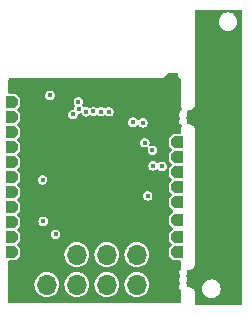
<source format=gbr>
%TF.GenerationSoftware,KiCad,Pcbnew,(5.99.0-10506-gb986797469)*%
%TF.CreationDate,2021-10-07T12:38:36+02:00*%
%TF.ProjectId,ESP31_V2,45535033-315f-4563-922e-6b696361645f,rev?*%
%TF.SameCoordinates,Original*%
%TF.FileFunction,Copper,L2,Inr*%
%TF.FilePolarity,Positive*%
%FSLAX46Y46*%
G04 Gerber Fmt 4.6, Leading zero omitted, Abs format (unit mm)*
G04 Created by KiCad (PCBNEW (5.99.0-10506-gb986797469)) date 2021-10-07 12:38:36*
%MOMM*%
%LPD*%
G01*
G04 APERTURE LIST*
G04 Aperture macros list*
%AMOutline5P*
0 Free polygon, 5 corners , with rotation*
0 The origin of the aperture is its center*
0 number of corners: always 8*
0 $1 to $10 corner X, Y*
0 $11 Rotation angle, in degrees counterclockwise*
0 create outline with 8 corners*
4,1,5,$1,$2,$3,$4,$5,$6,$7,$8,$9,$10,$1,$2,$11*%
%AMOutline6P*
0 Free polygon, 6 corners , with rotation*
0 The origin of the aperture is its center*
0 number of corners: always 6*
0 $1 to $12 corner X, Y*
0 $13 Rotation angle, in degrees counterclockwise*
0 create outline with 6 corners*
4,1,6,$1,$2,$3,$4,$5,$6,$7,$8,$9,$10,$11,$12,$1,$2,$13*%
%AMOutline7P*
0 Free polygon, 7 corners , with rotation*
0 The origin of the aperture is its center*
0 number of corners: always 7*
0 $1 to $14 corner X, Y*
0 $15 Rotation angle, in degrees counterclockwise*
0 create outline with 7 corners*
4,1,7,$1,$2,$3,$4,$5,$6,$7,$8,$9,$10,$11,$12,$13,$14,$1,$2,$15*%
%AMOutline8P*
0 Free polygon, 8 corners , with rotation*
0 The origin of the aperture is its center*
0 number of corners: always 8*
0 $1 to $16 corner X, Y*
0 $17 Rotation angle, in degrees counterclockwise*
0 create outline with 8 corners*
4,1,8,$1,$2,$3,$4,$5,$6,$7,$8,$9,$10,$11,$12,$13,$14,$15,$16,$1,$2,$17*%
G04 Aperture macros list end*
%TA.AperFunction,ComponentPad*%
%ADD10Outline6P,0.250000X-0.500000X-0.500000X-0.500000X-0.500000X0.500000X0.250000X0.500000X0.500000X0.250000X0.500000X-0.250000X180.000000*%
%TD*%
%TA.AperFunction,ComponentPad*%
%ADD11Outline6P,0.250000X-0.500000X-0.500000X-0.500000X-0.500000X0.500000X0.250000X0.500000X0.500000X0.250000X0.500000X-0.250000X0.000000*%
%TD*%
%TA.AperFunction,ComponentPad*%
%ADD12R,0.900000X0.500000*%
%TD*%
%TA.AperFunction,ComponentPad*%
%ADD13R,1.700000X1.700000*%
%TD*%
%TA.AperFunction,ComponentPad*%
%ADD14O,1.700000X1.700000*%
%TD*%
%TA.AperFunction,ViaPad*%
%ADD15C,0.400000*%
%TD*%
G04 APERTURE END LIST*
D10*
%TO.N,/IO5*%
%TO.C,J10*%
X118500000Y-107780000D03*
%TD*%
%TO.N,/IO21*%
%TO.C,J15*%
X118500000Y-101180000D03*
%TD*%
%TO.N,/IO10*%
%TO.C,J12*%
X118500000Y-109230000D03*
%TD*%
D11*
%TO.N,/IO34*%
%TO.C,J23*%
X104500000Y-102870000D03*
%TD*%
D10*
%TO.N,/IO19*%
%TO.C,J14*%
X118500000Y-103720000D03*
%TD*%
%TO.N,/IO9*%
%TO.C,J11*%
X118500000Y-110500000D03*
%TD*%
%TO.N,/IO23*%
%TO.C,J17*%
X118500000Y-104990000D03*
%TD*%
D11*
%TO.N,/IO35*%
%TO.C,J24*%
X104500000Y-100330000D03*
%TD*%
%TO.N,/IO25*%
%TO.C,J18*%
X104500000Y-107950000D03*
%TD*%
%TO.N,/IO27*%
%TO.C,J20*%
X104500000Y-110490000D03*
%TD*%
%TO.N,/IO33*%
%TO.C,J22*%
X104500000Y-106680000D03*
%TD*%
%TO.N,/IO26*%
%TO.C,J19*%
X104500000Y-109220000D03*
%TD*%
D10*
%TO.N,/IO18*%
%TO.C,J13*%
X118500000Y-106260000D03*
%TD*%
D12*
%TO.N,GND*%
%TO.C,AE1*%
X118150000Y-95625000D03*
%TD*%
D11*
%TO.N,/CAPN*%
%TO.C,J5*%
X104500000Y-105410000D03*
%TD*%
%TO.N,/SENS_VN*%
%TO.C,J6*%
X104500000Y-104140000D03*
%TD*%
D10*
%TO.N,/IO22*%
%TO.C,J16*%
X118500000Y-102450000D03*
%TD*%
D11*
%TO.N,/SENS_VP*%
%TO.C,J3*%
X104500000Y-97790000D03*
%TD*%
%TO.N,/IO32*%
%TO.C,J21*%
X104500000Y-101600000D03*
%TD*%
%TO.N,/CAPP*%
%TO.C,J4*%
X104500000Y-99060000D03*
%TD*%
D13*
%TO.N,GND*%
%TO.C,J1*%
X107460000Y-110725000D03*
D14*
%TO.N,/IO1*%
X107460000Y-113265000D03*
%TO.N,/IO2*%
X110000000Y-110725000D03*
%TO.N,/IO4*%
X110000000Y-113265000D03*
%TO.N,/IO0*%
X112540000Y-110725000D03*
%TO.N,/EN*%
X112540000Y-113265000D03*
%TO.N,/IO3*%
X115080000Y-110725000D03*
%TO.N,+3V3*%
X115080000Y-113265000D03*
%TD*%
D15*
%TO.N,GND*%
X117350000Y-96150000D03*
X116130000Y-97680000D03*
X105200000Y-96200000D03*
X109100000Y-109150000D03*
X113900000Y-97100000D03*
X104550000Y-96200000D03*
X113550000Y-96200000D03*
X111840000Y-112000000D03*
X114850000Y-98150000D03*
X108580000Y-107330000D03*
X118500000Y-98500000D03*
X116530000Y-97200000D03*
X116750000Y-96050000D03*
X111500000Y-103000000D03*
X106650000Y-98200000D03*
X108508800Y-97256600D03*
X104500000Y-113750000D03*
X110500000Y-102000000D03*
X108740000Y-113670000D03*
X118500000Y-97750000D03*
X106050000Y-96200000D03*
X118500000Y-100000000D03*
X115350000Y-96050000D03*
X116750000Y-96600000D03*
X115150000Y-96600000D03*
X112500000Y-102000000D03*
X112500000Y-104000000D03*
X118500000Y-96250000D03*
X111750000Y-96200000D03*
X118500000Y-99250000D03*
X114503200Y-96800000D03*
X114400000Y-96200000D03*
X113374500Y-97587566D03*
X110150000Y-96200000D03*
X118500000Y-112750000D03*
X104500000Y-112750000D03*
X118500000Y-97000000D03*
X110500000Y-104000000D03*
X110810000Y-109140000D03*
X118500000Y-113750000D03*
X115450000Y-98050000D03*
X114450000Y-98700000D03*
%TO.N,/EN*%
X107725000Y-97227600D03*
X110162095Y-98373291D03*
%TO.N,+3V3*%
X110124000Y-97775000D03*
X114750000Y-99500000D03*
X116396800Y-101896800D03*
X115750000Y-101250000D03*
X107100000Y-104400000D03*
X116000000Y-105750000D03*
%TO.N,/IO1*%
X116464297Y-103214297D03*
%TO.N,/IO2*%
X107150980Y-107900000D03*
X115590000Y-99560000D03*
%TO.N,/IO4*%
X108200000Y-109000000D03*
%TO.N,/IO3*%
X117211935Y-103241894D03*
%TO.N,/SENS_VN*%
X110808929Y-98625870D03*
%TO.N,/SENS_VP*%
X112700500Y-98625000D03*
%TO.N,/CAPP*%
X112057502Y-98617052D03*
%TO.N,/CAPN*%
X111408098Y-98605879D03*
%TO.N,/IO34*%
X109668798Y-98858724D03*
%TD*%
%TA.AperFunction,NonConductor*%
G36*
X123959191Y-90018907D02*
G01*
X123995155Y-90068407D01*
X124000000Y-90099000D01*
X124000000Y-114901000D01*
X123981093Y-114959191D01*
X123931593Y-114995155D01*
X123901000Y-115000000D01*
X120099000Y-115000000D01*
X120040809Y-114981093D01*
X120004845Y-114931593D01*
X120000000Y-114901000D01*
X120000000Y-114025613D01*
X120001957Y-114009265D01*
X120005286Y-114007741D01*
X120002667Y-113936096D01*
X120004416Y-113934687D01*
X120002359Y-113927681D01*
X120002092Y-113920381D01*
X119999985Y-113919597D01*
X119964095Y-113797364D01*
X119965583Y-113795221D01*
X119961685Y-113789156D01*
X119959654Y-113782238D01*
X119957060Y-113781959D01*
X119888207Y-113674820D01*
X119889031Y-113672346D01*
X119883583Y-113667626D01*
X119879684Y-113661558D01*
X119877116Y-113662021D01*
X119850844Y-113639256D01*
X119799243Y-113594544D01*
X120618519Y-113594544D01*
X120636731Y-113767816D01*
X120692878Y-113932747D01*
X120784170Y-114081139D01*
X120906069Y-114205619D01*
X120910723Y-114208618D01*
X120910725Y-114208620D01*
X121047866Y-114297001D01*
X121052518Y-114299999D01*
X121216236Y-114359588D01*
X121350111Y-114376500D01*
X121444575Y-114376500D01*
X121468451Y-114373822D01*
X121567643Y-114362696D01*
X121567647Y-114362695D01*
X121573140Y-114362079D01*
X121737675Y-114304782D01*
X121885427Y-114212456D01*
X122009053Y-114089691D01*
X122102408Y-113942587D01*
X122160852Y-113778456D01*
X122181481Y-113605456D01*
X122163269Y-113432184D01*
X122107122Y-113267253D01*
X122015830Y-113118861D01*
X121893931Y-112994381D01*
X121889277Y-112991382D01*
X121889275Y-112991380D01*
X121752134Y-112902999D01*
X121747482Y-112900001D01*
X121583764Y-112840412D01*
X121449889Y-112823500D01*
X121355425Y-112823500D01*
X121331549Y-112826178D01*
X121232357Y-112837304D01*
X121232353Y-112837305D01*
X121226860Y-112837921D01*
X121062325Y-112895218D01*
X120914573Y-112987544D01*
X120871554Y-113030263D01*
X120800233Y-113101088D01*
X120790947Y-113110309D01*
X120697592Y-113257413D01*
X120639148Y-113421544D01*
X120638493Y-113427037D01*
X120621068Y-113573171D01*
X120618519Y-113594544D01*
X119799243Y-113594544D01*
X119789322Y-113585948D01*
X119789321Y-113585947D01*
X119780868Y-113578623D01*
X119780962Y-113576016D01*
X119774403Y-113573021D01*
X119768954Y-113568299D01*
X119766621Y-113569467D01*
X119664221Y-113522702D01*
X119660939Y-113521203D01*
X119660937Y-113521203D01*
X119650776Y-113516562D01*
X119650131Y-113514034D01*
X119642994Y-113513008D01*
X119636436Y-113510013D01*
X119634527Y-113511790D01*
X119508468Y-113493666D01*
X119507137Y-113491422D01*
X119500000Y-113492448D01*
X119492863Y-113491422D01*
X119491532Y-113493666D01*
X119465499Y-113497409D01*
X119405210Y-113486976D01*
X119362568Y-113443098D01*
X119352779Y-113390876D01*
X119353698Y-113380263D01*
X119353698Y-113380261D01*
X119354404Y-113372108D01*
X119326262Y-113258814D01*
X119262939Y-113160744D01*
X119262502Y-113160399D01*
X119238992Y-113108326D01*
X119251401Y-113048413D01*
X119264697Y-113030263D01*
X119291574Y-113001188D01*
X119297130Y-112995178D01*
X119300438Y-112987695D01*
X119300440Y-112987692D01*
X119341023Y-112895893D01*
X119341024Y-112895890D01*
X119344331Y-112888409D01*
X119349573Y-112827892D01*
X119353698Y-112780261D01*
X119353698Y-112780260D01*
X119354404Y-112772108D01*
X119326262Y-112658814D01*
X119262939Y-112560744D01*
X119262502Y-112560399D01*
X119238992Y-112508326D01*
X119251401Y-112448413D01*
X119264697Y-112430263D01*
X119291574Y-112401188D01*
X119297130Y-112395178D01*
X119300438Y-112387695D01*
X119300440Y-112387692D01*
X119341023Y-112295893D01*
X119341024Y-112295890D01*
X119344331Y-112288409D01*
X119349573Y-112227892D01*
X119353698Y-112180261D01*
X119353698Y-112180260D01*
X119354404Y-112172108D01*
X119342093Y-112122546D01*
X119346414Y-112061513D01*
X119385785Y-112014677D01*
X119445166Y-111999927D01*
X119452262Y-112000688D01*
X119491532Y-112006334D01*
X119492863Y-112008578D01*
X119500000Y-112007552D01*
X119507137Y-112008578D01*
X119508468Y-112006334D01*
X119634527Y-111988210D01*
X119636436Y-111989987D01*
X119642994Y-111986992D01*
X119650131Y-111985966D01*
X119650776Y-111983438D01*
X119700469Y-111960744D01*
X119756455Y-111935176D01*
X119756456Y-111935175D01*
X119766621Y-111930533D01*
X119768954Y-111931701D01*
X119774403Y-111926979D01*
X119780962Y-111923984D01*
X119780868Y-111921377D01*
X119785894Y-111917022D01*
X119785896Y-111917021D01*
X119847470Y-111863667D01*
X119877116Y-111837979D01*
X119879684Y-111838442D01*
X119883583Y-111832374D01*
X119889031Y-111827654D01*
X119888207Y-111825180D01*
X119957060Y-111718041D01*
X119959654Y-111717762D01*
X119961685Y-111710844D01*
X119965583Y-111704779D01*
X119964095Y-111702636D01*
X119999985Y-111580403D01*
X120002092Y-111579619D01*
X120002359Y-111572319D01*
X120004416Y-111565313D01*
X120002667Y-111563904D01*
X120005286Y-111492259D01*
X120001833Y-111490678D01*
X120000000Y-111477559D01*
X120000000Y-100225613D01*
X120001957Y-100209265D01*
X120005286Y-100207741D01*
X120002667Y-100136096D01*
X120004416Y-100134687D01*
X120002359Y-100127681D01*
X120002092Y-100120381D01*
X119999985Y-100119597D01*
X119964095Y-99997364D01*
X119965583Y-99995221D01*
X119961685Y-99989156D01*
X119959654Y-99982238D01*
X119957060Y-99981959D01*
X119888207Y-99874820D01*
X119889031Y-99872346D01*
X119883583Y-99867626D01*
X119879684Y-99861558D01*
X119877116Y-99862021D01*
X119780868Y-99778623D01*
X119780962Y-99776016D01*
X119774403Y-99773021D01*
X119768954Y-99768299D01*
X119766621Y-99769467D01*
X119760571Y-99766704D01*
X119660939Y-99721203D01*
X119660937Y-99721203D01*
X119650776Y-99716562D01*
X119650131Y-99714034D01*
X119642994Y-99713008D01*
X119636436Y-99710013D01*
X119634527Y-99711790D01*
X119508468Y-99693666D01*
X119507137Y-99691422D01*
X119500000Y-99692448D01*
X119492863Y-99691422D01*
X119491532Y-99693666D01*
X119414335Y-99704765D01*
X119354046Y-99694332D01*
X119311403Y-99650454D01*
X119302696Y-99589891D01*
X119309700Y-99566744D01*
X119341023Y-99495893D01*
X119341024Y-99495890D01*
X119344331Y-99488409D01*
X119349573Y-99427892D01*
X119353698Y-99380261D01*
X119353698Y-99380260D01*
X119354404Y-99372108D01*
X119326262Y-99258814D01*
X119262939Y-99160744D01*
X119262502Y-99160399D01*
X119238992Y-99108326D01*
X119251401Y-99048413D01*
X119264697Y-99030263D01*
X119291574Y-99001188D01*
X119297130Y-98995178D01*
X119300438Y-98987695D01*
X119300440Y-98987692D01*
X119341023Y-98895893D01*
X119341024Y-98895890D01*
X119344331Y-98888409D01*
X119349573Y-98827892D01*
X119353698Y-98780261D01*
X119353698Y-98780260D01*
X119354404Y-98772108D01*
X119326262Y-98658814D01*
X119318742Y-98647167D01*
X119303062Y-98588026D01*
X119325138Y-98530963D01*
X119376540Y-98497773D01*
X119416000Y-98495475D01*
X119466975Y-98502803D01*
X119491532Y-98506334D01*
X119492863Y-98508578D01*
X119500000Y-98507552D01*
X119507137Y-98508578D01*
X119508468Y-98506334D01*
X119634527Y-98488210D01*
X119636436Y-98489987D01*
X119642994Y-98486992D01*
X119650131Y-98485966D01*
X119650776Y-98483438D01*
X119664221Y-98477298D01*
X119756455Y-98435176D01*
X119756456Y-98435175D01*
X119766621Y-98430533D01*
X119768954Y-98431701D01*
X119774403Y-98426979D01*
X119780962Y-98423984D01*
X119780868Y-98421377D01*
X119785894Y-98417022D01*
X119785896Y-98417021D01*
X119834054Y-98375291D01*
X119877116Y-98337979D01*
X119879684Y-98338442D01*
X119883583Y-98332374D01*
X119889031Y-98327654D01*
X119888207Y-98325180D01*
X119957060Y-98218041D01*
X119959654Y-98217762D01*
X119961685Y-98210844D01*
X119965583Y-98204779D01*
X119964095Y-98202636D01*
X119999985Y-98080403D01*
X120002092Y-98079619D01*
X120002359Y-98072319D01*
X120004416Y-98065313D01*
X120002667Y-98063904D01*
X120005286Y-97992259D01*
X120001833Y-97990678D01*
X120000000Y-97977559D01*
X120000000Y-90994544D01*
X122018519Y-90994544D01*
X122036731Y-91167816D01*
X122092878Y-91332747D01*
X122184170Y-91481139D01*
X122306069Y-91605619D01*
X122310723Y-91608618D01*
X122310725Y-91608620D01*
X122447866Y-91697001D01*
X122452518Y-91699999D01*
X122616236Y-91759588D01*
X122750111Y-91776500D01*
X122844575Y-91776500D01*
X122868451Y-91773822D01*
X122967643Y-91762696D01*
X122967647Y-91762695D01*
X122973140Y-91762079D01*
X123137675Y-91704782D01*
X123285427Y-91612456D01*
X123409053Y-91489691D01*
X123502408Y-91342587D01*
X123560852Y-91178456D01*
X123581481Y-91005456D01*
X123563269Y-90832184D01*
X123507122Y-90667253D01*
X123415830Y-90518861D01*
X123293931Y-90394381D01*
X123289277Y-90391382D01*
X123289275Y-90391380D01*
X123152134Y-90302999D01*
X123147482Y-90300001D01*
X122983764Y-90240412D01*
X122849889Y-90223500D01*
X122755425Y-90223500D01*
X122731549Y-90226178D01*
X122632357Y-90237304D01*
X122632353Y-90237305D01*
X122626860Y-90237921D01*
X122462325Y-90295218D01*
X122314573Y-90387544D01*
X122190947Y-90510309D01*
X122097592Y-90657413D01*
X122039148Y-90821544D01*
X122018519Y-90994544D01*
X120000000Y-90994544D01*
X120000000Y-90099000D01*
X120018907Y-90040809D01*
X120068407Y-90004845D01*
X120099000Y-90000000D01*
X123901000Y-90000000D01*
X123959191Y-90018907D01*
G37*
%TD.AperFunction*%
%TA.AperFunction,Conductor*%
%TO.N,GND*%
G36*
X118417774Y-95418907D02*
G01*
X118428869Y-95428286D01*
X118770286Y-95762806D01*
X118798618Y-95817036D01*
X118800000Y-95833520D01*
X118800000Y-97946418D01*
X118798228Y-97965063D01*
X118794329Y-97985395D01*
X118794534Y-97990994D01*
X118796157Y-98035375D01*
X118793067Y-98035488D01*
X118793232Y-98037213D01*
X118795457Y-98037080D01*
X118795457Y-98037082D01*
X118797360Y-98069002D01*
X118797466Y-98071202D01*
X118798553Y-98100909D01*
X118799467Y-98104335D01*
X118799689Y-98108052D01*
X118801265Y-98113421D01*
X118801266Y-98113424D01*
X118807806Y-98135697D01*
X118808467Y-98138057D01*
X118816842Y-98169434D01*
X118813845Y-98170234D01*
X118814175Y-98172146D01*
X118818164Y-98170974D01*
X118818165Y-98170975D01*
X118834816Y-98227683D01*
X118835009Y-98228619D01*
X118834443Y-98234073D01*
X118845714Y-98265419D01*
X118847537Y-98271008D01*
X118852389Y-98287532D01*
X118855099Y-98292379D01*
X118855883Y-98294245D01*
X118856604Y-98295708D01*
X118858499Y-98300976D01*
X118861526Y-98305686D01*
X118861527Y-98305688D01*
X118867700Y-98315294D01*
X118870823Y-98320497D01*
X118886524Y-98348575D01*
X118898422Y-98408593D01*
X118872771Y-98464141D01*
X118847128Y-98484019D01*
X118782112Y-98519100D01*
X118776559Y-98525108D01*
X118776558Y-98525108D01*
X118767540Y-98534864D01*
X118702870Y-98604822D01*
X118699562Y-98612305D01*
X118699560Y-98612308D01*
X118658977Y-98704107D01*
X118658976Y-98704110D01*
X118655669Y-98711591D01*
X118654963Y-98719739D01*
X118654963Y-98719740D01*
X118649928Y-98777871D01*
X118645596Y-98827892D01*
X118647569Y-98835834D01*
X118647569Y-98835836D01*
X118655987Y-98869723D01*
X118673738Y-98941186D01*
X118678177Y-98948060D01*
X118678177Y-98948061D01*
X118684247Y-98957462D01*
X118737061Y-99039256D01*
X118737498Y-99039601D01*
X118761008Y-99091674D01*
X118748599Y-99151587D01*
X118735304Y-99169736D01*
X118702870Y-99204822D01*
X118699562Y-99212305D01*
X118699560Y-99212308D01*
X118658977Y-99304107D01*
X118658976Y-99304110D01*
X118655669Y-99311591D01*
X118654963Y-99319739D01*
X118654963Y-99319740D01*
X118646302Y-99419739D01*
X118645596Y-99427892D01*
X118647569Y-99435834D01*
X118647569Y-99435836D01*
X118668672Y-99520792D01*
X118673738Y-99541186D01*
X118737061Y-99639256D01*
X118743486Y-99644321D01*
X118743487Y-99644322D01*
X118782899Y-99675391D01*
X118828737Y-99711527D01*
X118836459Y-99714239D01*
X118843628Y-99718180D01*
X118842236Y-99720711D01*
X118880092Y-99749608D01*
X118897617Y-99808230D01*
X118884968Y-99854357D01*
X118870942Y-99879337D01*
X118867903Y-99884391D01*
X118861603Y-99894193D01*
X118861601Y-99894197D01*
X118858603Y-99898862D01*
X118856717Y-99904078D01*
X118855811Y-99905911D01*
X118855182Y-99907405D01*
X118852443Y-99912283D01*
X118850867Y-99917652D01*
X118850864Y-99917658D01*
X118847645Y-99928621D01*
X118845758Y-99934387D01*
X118838278Y-99955076D01*
X118838277Y-99955081D01*
X118834488Y-99965562D01*
X118835061Y-99971175D01*
X118834844Y-99972221D01*
X118818219Y-100028841D01*
X118815264Y-100027973D01*
X118814873Y-100029664D01*
X118817014Y-100030239D01*
X118808707Y-100061145D01*
X118808093Y-100063327D01*
X118799744Y-100091763D01*
X118799527Y-100095303D01*
X118798560Y-100098899D01*
X118798355Y-100104498D01*
X118798355Y-100104500D01*
X118797507Y-100127699D01*
X118797388Y-100130137D01*
X118795397Y-100162555D01*
X118792301Y-100162365D01*
X118792008Y-100164283D01*
X118796164Y-100164435D01*
X118794336Y-100214413D01*
X118795372Y-100219865D01*
X118798261Y-100235074D01*
X118800000Y-100253551D01*
X118800000Y-100380500D01*
X118781093Y-100438691D01*
X118731593Y-100474655D01*
X118701000Y-100479500D01*
X118166950Y-100479500D01*
X117799500Y-100846950D01*
X117799500Y-101513050D01*
X118031446Y-101744996D01*
X118059223Y-101799513D01*
X118049652Y-101859945D01*
X118031446Y-101885004D01*
X117799500Y-102116950D01*
X117799500Y-102783050D01*
X118031446Y-103014996D01*
X118059223Y-103069513D01*
X118049652Y-103129945D01*
X118031446Y-103155004D01*
X117799500Y-103386950D01*
X117799500Y-104053050D01*
X118031446Y-104284996D01*
X118059223Y-104339513D01*
X118049652Y-104399945D01*
X118031446Y-104425004D01*
X117799500Y-104656950D01*
X117799500Y-105323050D01*
X118031446Y-105554996D01*
X118059223Y-105609513D01*
X118049652Y-105669945D01*
X118031446Y-105695004D01*
X117799500Y-105926950D01*
X117799500Y-106593050D01*
X118156446Y-106949996D01*
X118184223Y-107004513D01*
X118174652Y-107064945D01*
X118156446Y-107090004D01*
X117799500Y-107446950D01*
X117799500Y-108113050D01*
X118121446Y-108434996D01*
X118149223Y-108489513D01*
X118139652Y-108549945D01*
X118121446Y-108575004D01*
X117799500Y-108896950D01*
X117799500Y-109563050D01*
X118031446Y-109794996D01*
X118059223Y-109849513D01*
X118049652Y-109909945D01*
X118031446Y-109935004D01*
X117799500Y-110166950D01*
X117799500Y-110833050D01*
X118166950Y-111200500D01*
X118701000Y-111200500D01*
X118759191Y-111219407D01*
X118795155Y-111268907D01*
X118800000Y-111299500D01*
X118800000Y-111446418D01*
X118798228Y-111465063D01*
X118794329Y-111485395D01*
X118794534Y-111490994D01*
X118796157Y-111535375D01*
X118793067Y-111535488D01*
X118793232Y-111537213D01*
X118795457Y-111537080D01*
X118795457Y-111537082D01*
X118797360Y-111569002D01*
X118797466Y-111571202D01*
X118798553Y-111600909D01*
X118799467Y-111604335D01*
X118799689Y-111608052D01*
X118801265Y-111613421D01*
X118801266Y-111613424D01*
X118807806Y-111635697D01*
X118808467Y-111638057D01*
X118816842Y-111669434D01*
X118813845Y-111670234D01*
X118814175Y-111672146D01*
X118818164Y-111670974D01*
X118818165Y-111670975D01*
X118834816Y-111727683D01*
X118835009Y-111728619D01*
X118834443Y-111734073D01*
X118845714Y-111765419D01*
X118847537Y-111771008D01*
X118852389Y-111787533D01*
X118850824Y-111787993D01*
X118855328Y-111841728D01*
X118823625Y-111894060D01*
X118805960Y-111906232D01*
X118782112Y-111919100D01*
X118702870Y-112004822D01*
X118699562Y-112012305D01*
X118699560Y-112012308D01*
X118658977Y-112104107D01*
X118658976Y-112104110D01*
X118655669Y-112111591D01*
X118654963Y-112119739D01*
X118654963Y-112119740D01*
X118647324Y-112207937D01*
X118645596Y-112227892D01*
X118647569Y-112235834D01*
X118647569Y-112235836D01*
X118662085Y-112294273D01*
X118673738Y-112341186D01*
X118678177Y-112348060D01*
X118678177Y-112348061D01*
X118703739Y-112387650D01*
X118737061Y-112439256D01*
X118737498Y-112439601D01*
X118761008Y-112491674D01*
X118748599Y-112551587D01*
X118735304Y-112569736D01*
X118702870Y-112604822D01*
X118699562Y-112612305D01*
X118699560Y-112612308D01*
X118658977Y-112704107D01*
X118658976Y-112704110D01*
X118655669Y-112711591D01*
X118654963Y-112719739D01*
X118654963Y-112719740D01*
X118646302Y-112819739D01*
X118645596Y-112827892D01*
X118673738Y-112941186D01*
X118737061Y-113039256D01*
X118737498Y-113039601D01*
X118761008Y-113091674D01*
X118748599Y-113151587D01*
X118735304Y-113169736D01*
X118702870Y-113204822D01*
X118699562Y-113212305D01*
X118699560Y-113212308D01*
X118658977Y-113304107D01*
X118658976Y-113304110D01*
X118655669Y-113311591D01*
X118654963Y-113319739D01*
X118654963Y-113319740D01*
X118654018Y-113330648D01*
X118645596Y-113427892D01*
X118647569Y-113435834D01*
X118647569Y-113435836D01*
X118661525Y-113492018D01*
X118673738Y-113541186D01*
X118737061Y-113639256D01*
X118743486Y-113644321D01*
X118743487Y-113644322D01*
X118795614Y-113685415D01*
X118829607Y-113736289D01*
X118829314Y-113791052D01*
X118818219Y-113828840D01*
X118815264Y-113827972D01*
X118814873Y-113829664D01*
X118817014Y-113830239D01*
X118808707Y-113861145D01*
X118808093Y-113863327D01*
X118799744Y-113891763D01*
X118799527Y-113895303D01*
X118798560Y-113898899D01*
X118798355Y-113904498D01*
X118798355Y-113904500D01*
X118797507Y-113927699D01*
X118797388Y-113930137D01*
X118795397Y-113962555D01*
X118792301Y-113962365D01*
X118792008Y-113964283D01*
X118796164Y-113964435D01*
X118794336Y-114014413D01*
X118795372Y-114019865D01*
X118798261Y-114035074D01*
X118800000Y-114053551D01*
X118800000Y-114701000D01*
X118781093Y-114759191D01*
X118731593Y-114795155D01*
X118701000Y-114800000D01*
X104299000Y-114800000D01*
X104240809Y-114781093D01*
X104204845Y-114731593D01*
X104200000Y-114701000D01*
X104200000Y-113250263D01*
X106404603Y-113250263D01*
X106408548Y-113297240D01*
X106420809Y-113443257D01*
X106421840Y-113455538D01*
X106423173Y-113460186D01*
X106423173Y-113460187D01*
X106474521Y-113639256D01*
X106478621Y-113653555D01*
X106572782Y-113836773D01*
X106700737Y-113998212D01*
X106704417Y-114001344D01*
X106704419Y-114001346D01*
X106765760Y-114053551D01*
X106857612Y-114131723D01*
X106861835Y-114134083D01*
X106861839Y-114134086D01*
X106907243Y-114159461D01*
X107037432Y-114232221D01*
X107042030Y-114233715D01*
X107228742Y-114294382D01*
X107228745Y-114294383D01*
X107233347Y-114295878D01*
X107437895Y-114320269D01*
X107442717Y-114319898D01*
X107442720Y-114319898D01*
X107638458Y-114304837D01*
X107638463Y-114304836D01*
X107643286Y-114304465D01*
X107841695Y-114249068D01*
X107872089Y-114233715D01*
X108021244Y-114158371D01*
X108021246Y-114158370D01*
X108025565Y-114156188D01*
X108187893Y-114029363D01*
X108191055Y-114025700D01*
X108191060Y-114025695D01*
X108300341Y-113899091D01*
X108322496Y-113873424D01*
X108329472Y-113861145D01*
X108421858Y-113698517D01*
X108421859Y-113698514D01*
X108424247Y-113694311D01*
X108427207Y-113685415D01*
X108487743Y-113503435D01*
X108487743Y-113503433D01*
X108489270Y-113498844D01*
X108490133Y-113492018D01*
X108511896Y-113319740D01*
X108515088Y-113294471D01*
X108515131Y-113291440D01*
X108515461Y-113267776D01*
X108515500Y-113265000D01*
X108515230Y-113262244D01*
X108514055Y-113250263D01*
X108944603Y-113250263D01*
X108948548Y-113297240D01*
X108960809Y-113443257D01*
X108961840Y-113455538D01*
X108963173Y-113460186D01*
X108963173Y-113460187D01*
X109014521Y-113639256D01*
X109018621Y-113653555D01*
X109112782Y-113836773D01*
X109240737Y-113998212D01*
X109244417Y-114001344D01*
X109244419Y-114001346D01*
X109305760Y-114053551D01*
X109397612Y-114131723D01*
X109401835Y-114134083D01*
X109401839Y-114134086D01*
X109447243Y-114159461D01*
X109577432Y-114232221D01*
X109582030Y-114233715D01*
X109768742Y-114294382D01*
X109768745Y-114294383D01*
X109773347Y-114295878D01*
X109977895Y-114320269D01*
X109982717Y-114319898D01*
X109982720Y-114319898D01*
X110178458Y-114304837D01*
X110178463Y-114304836D01*
X110183286Y-114304465D01*
X110381695Y-114249068D01*
X110412089Y-114233715D01*
X110561244Y-114158371D01*
X110561246Y-114158370D01*
X110565565Y-114156188D01*
X110727893Y-114029363D01*
X110731055Y-114025700D01*
X110731060Y-114025695D01*
X110840341Y-113899091D01*
X110862496Y-113873424D01*
X110869472Y-113861145D01*
X110961858Y-113698517D01*
X110961859Y-113698514D01*
X110964247Y-113694311D01*
X110967207Y-113685415D01*
X111027743Y-113503435D01*
X111027743Y-113503433D01*
X111029270Y-113498844D01*
X111030133Y-113492018D01*
X111051896Y-113319740D01*
X111055088Y-113294471D01*
X111055131Y-113291440D01*
X111055461Y-113267776D01*
X111055500Y-113265000D01*
X111055230Y-113262244D01*
X111054055Y-113250263D01*
X111484603Y-113250263D01*
X111488548Y-113297240D01*
X111500809Y-113443257D01*
X111501840Y-113455538D01*
X111503173Y-113460186D01*
X111503173Y-113460187D01*
X111554521Y-113639256D01*
X111558621Y-113653555D01*
X111652782Y-113836773D01*
X111780737Y-113998212D01*
X111784417Y-114001344D01*
X111784419Y-114001346D01*
X111845760Y-114053551D01*
X111937612Y-114131723D01*
X111941835Y-114134083D01*
X111941839Y-114134086D01*
X111987243Y-114159461D01*
X112117432Y-114232221D01*
X112122030Y-114233715D01*
X112308742Y-114294382D01*
X112308745Y-114294383D01*
X112313347Y-114295878D01*
X112517895Y-114320269D01*
X112522717Y-114319898D01*
X112522720Y-114319898D01*
X112718458Y-114304837D01*
X112718463Y-114304836D01*
X112723286Y-114304465D01*
X112921695Y-114249068D01*
X112952089Y-114233715D01*
X113101244Y-114158371D01*
X113101246Y-114158370D01*
X113105565Y-114156188D01*
X113267893Y-114029363D01*
X113271055Y-114025700D01*
X113271060Y-114025695D01*
X113380341Y-113899091D01*
X113402496Y-113873424D01*
X113409472Y-113861145D01*
X113501858Y-113698517D01*
X113501859Y-113698514D01*
X113504247Y-113694311D01*
X113507207Y-113685415D01*
X113567743Y-113503435D01*
X113567743Y-113503433D01*
X113569270Y-113498844D01*
X113570133Y-113492018D01*
X113591896Y-113319740D01*
X113595088Y-113294471D01*
X113595131Y-113291440D01*
X113595461Y-113267776D01*
X113595500Y-113265000D01*
X113595230Y-113262244D01*
X113594055Y-113250263D01*
X114024603Y-113250263D01*
X114028548Y-113297240D01*
X114040809Y-113443257D01*
X114041840Y-113455538D01*
X114043173Y-113460186D01*
X114043173Y-113460187D01*
X114094521Y-113639256D01*
X114098621Y-113653555D01*
X114192782Y-113836773D01*
X114320737Y-113998212D01*
X114324417Y-114001344D01*
X114324419Y-114001346D01*
X114385760Y-114053551D01*
X114477612Y-114131723D01*
X114481835Y-114134083D01*
X114481839Y-114134086D01*
X114527243Y-114159461D01*
X114657432Y-114232221D01*
X114662030Y-114233715D01*
X114848742Y-114294382D01*
X114848745Y-114294383D01*
X114853347Y-114295878D01*
X115057895Y-114320269D01*
X115062717Y-114319898D01*
X115062720Y-114319898D01*
X115258458Y-114304837D01*
X115258463Y-114304836D01*
X115263286Y-114304465D01*
X115461695Y-114249068D01*
X115492089Y-114233715D01*
X115641244Y-114158371D01*
X115641246Y-114158370D01*
X115645565Y-114156188D01*
X115807893Y-114029363D01*
X115811055Y-114025700D01*
X115811060Y-114025695D01*
X115920341Y-113899091D01*
X115942496Y-113873424D01*
X115949472Y-113861145D01*
X116041858Y-113698517D01*
X116041859Y-113698514D01*
X116044247Y-113694311D01*
X116047207Y-113685415D01*
X116107743Y-113503435D01*
X116107743Y-113503433D01*
X116109270Y-113498844D01*
X116110133Y-113492018D01*
X116131896Y-113319740D01*
X116135088Y-113294471D01*
X116135131Y-113291440D01*
X116135461Y-113267776D01*
X116135500Y-113265000D01*
X116135230Y-113262244D01*
X116115870Y-113064796D01*
X116115869Y-113064792D01*
X116115398Y-113059986D01*
X116112493Y-113050362D01*
X116077132Y-112933243D01*
X116055858Y-112862780D01*
X115959148Y-112680895D01*
X115828952Y-112521259D01*
X115812734Y-112507842D01*
X115673955Y-112393034D01*
X115673953Y-112393033D01*
X115670228Y-112389951D01*
X115489023Y-112291973D01*
X115425952Y-112272449D01*
X115296859Y-112232488D01*
X115296855Y-112232487D01*
X115292238Y-112231058D01*
X115287431Y-112230553D01*
X115287427Y-112230552D01*
X115092185Y-112210032D01*
X115092183Y-112210032D01*
X115087369Y-112209526D01*
X115019372Y-112215714D01*
X114887039Y-112227757D01*
X114887036Y-112227758D01*
X114882219Y-112228196D01*
X114877577Y-112229562D01*
X114877573Y-112229563D01*
X114689250Y-112284989D01*
X114689247Y-112284990D01*
X114684603Y-112286357D01*
X114680309Y-112288602D01*
X114506344Y-112379548D01*
X114506340Y-112379551D01*
X114502047Y-112381795D01*
X114498271Y-112384831D01*
X114498268Y-112384833D01*
X114434744Y-112435908D01*
X114341505Y-112510874D01*
X114268736Y-112597597D01*
X114212202Y-112664971D01*
X114212199Y-112664975D01*
X114209093Y-112668677D01*
X114109853Y-112849194D01*
X114047565Y-113045549D01*
X114024603Y-113250263D01*
X113594055Y-113250263D01*
X113575870Y-113064796D01*
X113575869Y-113064792D01*
X113575398Y-113059986D01*
X113572493Y-113050362D01*
X113537132Y-112933243D01*
X113515858Y-112862780D01*
X113419148Y-112680895D01*
X113288952Y-112521259D01*
X113272734Y-112507842D01*
X113133955Y-112393034D01*
X113133953Y-112393033D01*
X113130228Y-112389951D01*
X112949023Y-112291973D01*
X112885952Y-112272449D01*
X112756859Y-112232488D01*
X112756855Y-112232487D01*
X112752238Y-112231058D01*
X112747431Y-112230553D01*
X112747427Y-112230552D01*
X112552185Y-112210032D01*
X112552183Y-112210032D01*
X112547369Y-112209526D01*
X112479372Y-112215714D01*
X112347039Y-112227757D01*
X112347036Y-112227758D01*
X112342219Y-112228196D01*
X112337577Y-112229562D01*
X112337573Y-112229563D01*
X112149250Y-112284989D01*
X112149247Y-112284990D01*
X112144603Y-112286357D01*
X112140309Y-112288602D01*
X111966344Y-112379548D01*
X111966340Y-112379551D01*
X111962047Y-112381795D01*
X111958271Y-112384831D01*
X111958268Y-112384833D01*
X111894744Y-112435908D01*
X111801505Y-112510874D01*
X111728736Y-112597597D01*
X111672202Y-112664971D01*
X111672199Y-112664975D01*
X111669093Y-112668677D01*
X111569853Y-112849194D01*
X111507565Y-113045549D01*
X111484603Y-113250263D01*
X111054055Y-113250263D01*
X111035870Y-113064796D01*
X111035869Y-113064792D01*
X111035398Y-113059986D01*
X111032493Y-113050362D01*
X110997132Y-112933243D01*
X110975858Y-112862780D01*
X110879148Y-112680895D01*
X110748952Y-112521259D01*
X110732734Y-112507842D01*
X110593955Y-112393034D01*
X110593953Y-112393033D01*
X110590228Y-112389951D01*
X110409023Y-112291973D01*
X110345952Y-112272449D01*
X110216859Y-112232488D01*
X110216855Y-112232487D01*
X110212238Y-112231058D01*
X110207431Y-112230553D01*
X110207427Y-112230552D01*
X110012185Y-112210032D01*
X110012183Y-112210032D01*
X110007369Y-112209526D01*
X109939372Y-112215714D01*
X109807039Y-112227757D01*
X109807036Y-112227758D01*
X109802219Y-112228196D01*
X109797577Y-112229562D01*
X109797573Y-112229563D01*
X109609250Y-112284989D01*
X109609247Y-112284990D01*
X109604603Y-112286357D01*
X109600309Y-112288602D01*
X109426344Y-112379548D01*
X109426340Y-112379551D01*
X109422047Y-112381795D01*
X109418271Y-112384831D01*
X109418268Y-112384833D01*
X109354744Y-112435908D01*
X109261505Y-112510874D01*
X109188736Y-112597597D01*
X109132202Y-112664971D01*
X109132199Y-112664975D01*
X109129093Y-112668677D01*
X109029853Y-112849194D01*
X108967565Y-113045549D01*
X108944603Y-113250263D01*
X108514055Y-113250263D01*
X108495870Y-113064796D01*
X108495869Y-113064792D01*
X108495398Y-113059986D01*
X108492493Y-113050362D01*
X108457132Y-112933243D01*
X108435858Y-112862780D01*
X108339148Y-112680895D01*
X108208952Y-112521259D01*
X108192734Y-112507842D01*
X108053955Y-112393034D01*
X108053953Y-112393033D01*
X108050228Y-112389951D01*
X107869023Y-112291973D01*
X107805952Y-112272449D01*
X107676859Y-112232488D01*
X107676855Y-112232487D01*
X107672238Y-112231058D01*
X107667431Y-112230553D01*
X107667427Y-112230552D01*
X107472185Y-112210032D01*
X107472183Y-112210032D01*
X107467369Y-112209526D01*
X107399372Y-112215714D01*
X107267039Y-112227757D01*
X107267036Y-112227758D01*
X107262219Y-112228196D01*
X107257577Y-112229562D01*
X107257573Y-112229563D01*
X107069250Y-112284989D01*
X107069247Y-112284990D01*
X107064603Y-112286357D01*
X107060309Y-112288602D01*
X106886344Y-112379548D01*
X106886340Y-112379551D01*
X106882047Y-112381795D01*
X106878271Y-112384831D01*
X106878268Y-112384833D01*
X106814744Y-112435908D01*
X106721505Y-112510874D01*
X106648736Y-112597597D01*
X106592202Y-112664971D01*
X106592199Y-112664975D01*
X106589093Y-112668677D01*
X106489853Y-112849194D01*
X106427565Y-113045549D01*
X106404603Y-113250263D01*
X104200000Y-113250263D01*
X104200000Y-111289500D01*
X104218907Y-111231309D01*
X104268407Y-111195345D01*
X104299000Y-111190500D01*
X104833050Y-111190500D01*
X105200500Y-110823050D01*
X105200500Y-110710263D01*
X108944603Y-110710263D01*
X108961840Y-110915538D01*
X108963173Y-110920186D01*
X108963173Y-110920187D01*
X108990400Y-111015136D01*
X109018621Y-111113555D01*
X109112782Y-111296773D01*
X109240737Y-111458212D01*
X109244417Y-111461344D01*
X109244419Y-111461346D01*
X109280843Y-111492345D01*
X109397612Y-111591723D01*
X109401835Y-111594083D01*
X109401839Y-111594086D01*
X109453058Y-111622711D01*
X109577432Y-111692221D01*
X109582030Y-111693715D01*
X109768742Y-111754382D01*
X109768745Y-111754383D01*
X109773347Y-111755878D01*
X109977895Y-111780269D01*
X109982717Y-111779898D01*
X109982720Y-111779898D01*
X110178458Y-111764837D01*
X110178463Y-111764836D01*
X110183286Y-111764465D01*
X110381695Y-111709068D01*
X110412633Y-111693440D01*
X110561244Y-111618371D01*
X110561246Y-111618370D01*
X110565565Y-111616188D01*
X110727893Y-111489363D01*
X110731055Y-111485700D01*
X110731060Y-111485695D01*
X110859332Y-111337089D01*
X110862496Y-111333424D01*
X110885766Y-111292463D01*
X110961858Y-111158517D01*
X110961859Y-111158514D01*
X110964247Y-111154311D01*
X110979355Y-111108897D01*
X111027743Y-110963435D01*
X111027743Y-110963433D01*
X111029270Y-110958844D01*
X111034154Y-110920187D01*
X111054740Y-110757225D01*
X111055088Y-110754471D01*
X111055500Y-110725000D01*
X111054055Y-110710263D01*
X111484603Y-110710263D01*
X111501840Y-110915538D01*
X111503173Y-110920186D01*
X111503173Y-110920187D01*
X111530400Y-111015136D01*
X111558621Y-111113555D01*
X111652782Y-111296773D01*
X111780737Y-111458212D01*
X111784417Y-111461344D01*
X111784419Y-111461346D01*
X111820843Y-111492345D01*
X111937612Y-111591723D01*
X111941835Y-111594083D01*
X111941839Y-111594086D01*
X111993058Y-111622711D01*
X112117432Y-111692221D01*
X112122030Y-111693715D01*
X112308742Y-111754382D01*
X112308745Y-111754383D01*
X112313347Y-111755878D01*
X112517895Y-111780269D01*
X112522717Y-111779898D01*
X112522720Y-111779898D01*
X112718458Y-111764837D01*
X112718463Y-111764836D01*
X112723286Y-111764465D01*
X112921695Y-111709068D01*
X112952633Y-111693440D01*
X113101244Y-111618371D01*
X113101246Y-111618370D01*
X113105565Y-111616188D01*
X113267893Y-111489363D01*
X113271055Y-111485700D01*
X113271060Y-111485695D01*
X113399332Y-111337089D01*
X113402496Y-111333424D01*
X113425766Y-111292463D01*
X113501858Y-111158517D01*
X113501859Y-111158514D01*
X113504247Y-111154311D01*
X113519355Y-111108897D01*
X113567743Y-110963435D01*
X113567743Y-110963433D01*
X113569270Y-110958844D01*
X113574154Y-110920187D01*
X113594740Y-110757225D01*
X113595088Y-110754471D01*
X113595500Y-110725000D01*
X113594055Y-110710263D01*
X114024603Y-110710263D01*
X114041840Y-110915538D01*
X114043173Y-110920186D01*
X114043173Y-110920187D01*
X114070400Y-111015136D01*
X114098621Y-111113555D01*
X114192782Y-111296773D01*
X114320737Y-111458212D01*
X114324417Y-111461344D01*
X114324419Y-111461346D01*
X114360843Y-111492345D01*
X114477612Y-111591723D01*
X114481835Y-111594083D01*
X114481839Y-111594086D01*
X114533058Y-111622711D01*
X114657432Y-111692221D01*
X114662030Y-111693715D01*
X114848742Y-111754382D01*
X114848745Y-111754383D01*
X114853347Y-111755878D01*
X115057895Y-111780269D01*
X115062717Y-111779898D01*
X115062720Y-111779898D01*
X115258458Y-111764837D01*
X115258463Y-111764836D01*
X115263286Y-111764465D01*
X115461695Y-111709068D01*
X115492633Y-111693440D01*
X115641244Y-111618371D01*
X115641246Y-111618370D01*
X115645565Y-111616188D01*
X115807893Y-111489363D01*
X115811055Y-111485700D01*
X115811060Y-111485695D01*
X115939332Y-111337089D01*
X115942496Y-111333424D01*
X115965766Y-111292463D01*
X116041858Y-111158517D01*
X116041859Y-111158514D01*
X116044247Y-111154311D01*
X116059355Y-111108897D01*
X116107743Y-110963435D01*
X116107743Y-110963433D01*
X116109270Y-110958844D01*
X116114154Y-110920187D01*
X116134740Y-110757225D01*
X116135088Y-110754471D01*
X116135500Y-110725000D01*
X116115398Y-110519986D01*
X116112493Y-110510362D01*
X116057256Y-110327412D01*
X116055858Y-110322780D01*
X115959148Y-110140895D01*
X115828952Y-109981259D01*
X115806095Y-109962350D01*
X115673955Y-109853034D01*
X115673953Y-109853033D01*
X115670228Y-109849951D01*
X115550097Y-109784996D01*
X115493277Y-109754273D01*
X115493276Y-109754272D01*
X115489023Y-109751973D01*
X115425952Y-109732449D01*
X115296859Y-109692488D01*
X115296855Y-109692487D01*
X115292238Y-109691058D01*
X115287431Y-109690553D01*
X115287427Y-109690552D01*
X115092185Y-109670032D01*
X115092183Y-109670032D01*
X115087369Y-109669526D01*
X115019372Y-109675714D01*
X114887039Y-109687757D01*
X114887036Y-109687758D01*
X114882219Y-109688196D01*
X114877577Y-109689562D01*
X114877573Y-109689563D01*
X114689250Y-109744989D01*
X114689247Y-109744990D01*
X114684603Y-109746357D01*
X114644593Y-109767274D01*
X114506344Y-109839548D01*
X114506340Y-109839551D01*
X114502047Y-109841795D01*
X114498271Y-109844831D01*
X114498268Y-109844833D01*
X114466361Y-109870487D01*
X114341505Y-109970874D01*
X114329643Y-109985011D01*
X114212202Y-110124971D01*
X114212199Y-110124975D01*
X114209093Y-110128677D01*
X114109853Y-110309194D01*
X114047565Y-110505549D01*
X114024603Y-110710263D01*
X113594055Y-110710263D01*
X113575398Y-110519986D01*
X113572493Y-110510362D01*
X113517256Y-110327412D01*
X113515858Y-110322780D01*
X113419148Y-110140895D01*
X113288952Y-109981259D01*
X113266095Y-109962350D01*
X113133955Y-109853034D01*
X113133953Y-109853033D01*
X113130228Y-109849951D01*
X113010097Y-109784996D01*
X112953277Y-109754273D01*
X112953276Y-109754272D01*
X112949023Y-109751973D01*
X112885952Y-109732449D01*
X112756859Y-109692488D01*
X112756855Y-109692487D01*
X112752238Y-109691058D01*
X112747431Y-109690553D01*
X112747427Y-109690552D01*
X112552185Y-109670032D01*
X112552183Y-109670032D01*
X112547369Y-109669526D01*
X112479372Y-109675714D01*
X112347039Y-109687757D01*
X112347036Y-109687758D01*
X112342219Y-109688196D01*
X112337577Y-109689562D01*
X112337573Y-109689563D01*
X112149250Y-109744989D01*
X112149247Y-109744990D01*
X112144603Y-109746357D01*
X112104593Y-109767274D01*
X111966344Y-109839548D01*
X111966340Y-109839551D01*
X111962047Y-109841795D01*
X111958271Y-109844831D01*
X111958268Y-109844833D01*
X111926361Y-109870487D01*
X111801505Y-109970874D01*
X111789643Y-109985011D01*
X111672202Y-110124971D01*
X111672199Y-110124975D01*
X111669093Y-110128677D01*
X111569853Y-110309194D01*
X111507565Y-110505549D01*
X111484603Y-110710263D01*
X111054055Y-110710263D01*
X111035398Y-110519986D01*
X111032493Y-110510362D01*
X110977256Y-110327412D01*
X110975858Y-110322780D01*
X110879148Y-110140895D01*
X110748952Y-109981259D01*
X110726095Y-109962350D01*
X110593955Y-109853034D01*
X110593953Y-109853033D01*
X110590228Y-109849951D01*
X110470097Y-109784996D01*
X110413277Y-109754273D01*
X110413276Y-109754272D01*
X110409023Y-109751973D01*
X110345952Y-109732449D01*
X110216859Y-109692488D01*
X110216855Y-109692487D01*
X110212238Y-109691058D01*
X110207431Y-109690553D01*
X110207427Y-109690552D01*
X110012185Y-109670032D01*
X110012183Y-109670032D01*
X110007369Y-109669526D01*
X109939372Y-109675714D01*
X109807039Y-109687757D01*
X109807036Y-109687758D01*
X109802219Y-109688196D01*
X109797577Y-109689562D01*
X109797573Y-109689563D01*
X109609250Y-109744989D01*
X109609247Y-109744990D01*
X109604603Y-109746357D01*
X109564593Y-109767274D01*
X109426344Y-109839548D01*
X109426340Y-109839551D01*
X109422047Y-109841795D01*
X109418271Y-109844831D01*
X109418268Y-109844833D01*
X109386361Y-109870487D01*
X109261505Y-109970874D01*
X109249643Y-109985011D01*
X109132202Y-110124971D01*
X109132199Y-110124975D01*
X109129093Y-110128677D01*
X109029853Y-110309194D01*
X108967565Y-110505549D01*
X108944603Y-110710263D01*
X105200500Y-110710263D01*
X105200500Y-110156950D01*
X104968554Y-109925004D01*
X104940777Y-109870487D01*
X104950348Y-109810055D01*
X104968554Y-109784996D01*
X105200500Y-109553050D01*
X105200500Y-109000000D01*
X107794500Y-109000000D01*
X107814347Y-109125306D01*
X107871944Y-109238347D01*
X107961653Y-109328056D01*
X107968590Y-109331591D01*
X107968592Y-109331592D01*
X108067754Y-109382117D01*
X108074694Y-109385653D01*
X108082388Y-109386872D01*
X108082389Y-109386872D01*
X108192304Y-109404281D01*
X108200000Y-109405500D01*
X108207696Y-109404281D01*
X108317611Y-109386872D01*
X108317612Y-109386872D01*
X108325306Y-109385653D01*
X108332246Y-109382117D01*
X108431408Y-109331592D01*
X108431410Y-109331591D01*
X108438347Y-109328056D01*
X108528056Y-109238347D01*
X108585653Y-109125306D01*
X108605500Y-109000000D01*
X108601176Y-108972702D01*
X108586872Y-108882389D01*
X108586872Y-108882388D01*
X108585653Y-108874694D01*
X108528056Y-108761653D01*
X108438347Y-108671944D01*
X108431410Y-108668409D01*
X108431408Y-108668408D01*
X108332246Y-108617883D01*
X108325306Y-108614347D01*
X108317612Y-108613128D01*
X108317611Y-108613128D01*
X108207696Y-108595719D01*
X108200000Y-108594500D01*
X108192304Y-108595719D01*
X108082389Y-108613128D01*
X108082388Y-108613128D01*
X108074694Y-108614347D01*
X108067754Y-108617883D01*
X107968592Y-108668408D01*
X107968590Y-108668409D01*
X107961653Y-108671944D01*
X107871944Y-108761653D01*
X107814347Y-108874694D01*
X107813128Y-108882388D01*
X107813128Y-108882389D01*
X107798824Y-108972702D01*
X107794500Y-109000000D01*
X105200500Y-109000000D01*
X105200500Y-108886950D01*
X104968554Y-108655004D01*
X104940777Y-108600487D01*
X104950348Y-108540055D01*
X104968554Y-108514996D01*
X105200500Y-108283050D01*
X105200500Y-107900000D01*
X106745480Y-107900000D01*
X106765327Y-108025306D01*
X106768863Y-108032246D01*
X106810035Y-108113050D01*
X106822924Y-108138347D01*
X106912633Y-108228056D01*
X106919570Y-108231591D01*
X106919572Y-108231592D01*
X106999620Y-108272378D01*
X107025674Y-108285653D01*
X107033368Y-108286872D01*
X107033369Y-108286872D01*
X107143284Y-108304281D01*
X107150980Y-108305500D01*
X107158676Y-108304281D01*
X107268591Y-108286872D01*
X107268592Y-108286872D01*
X107276286Y-108285653D01*
X107302340Y-108272378D01*
X107382388Y-108231592D01*
X107382390Y-108231591D01*
X107389327Y-108228056D01*
X107479036Y-108138347D01*
X107491926Y-108113050D01*
X107533097Y-108032246D01*
X107536633Y-108025306D01*
X107556480Y-107900000D01*
X107536633Y-107774694D01*
X107479036Y-107661653D01*
X107389327Y-107571944D01*
X107382390Y-107568409D01*
X107382388Y-107568408D01*
X107283226Y-107517883D01*
X107276286Y-107514347D01*
X107268592Y-107513128D01*
X107268591Y-107513128D01*
X107158676Y-107495719D01*
X107150980Y-107494500D01*
X107143284Y-107495719D01*
X107033369Y-107513128D01*
X107033368Y-107513128D01*
X107025674Y-107514347D01*
X107018734Y-107517883D01*
X106919572Y-107568408D01*
X106919570Y-107568409D01*
X106912633Y-107571944D01*
X106822924Y-107661653D01*
X106765327Y-107774694D01*
X106745480Y-107900000D01*
X105200500Y-107900000D01*
X105200500Y-107616950D01*
X104968554Y-107385004D01*
X104940777Y-107330487D01*
X104950348Y-107270055D01*
X104968554Y-107244996D01*
X105200500Y-107013050D01*
X105200500Y-106346950D01*
X104968554Y-106115004D01*
X104940777Y-106060487D01*
X104950348Y-106000055D01*
X104968554Y-105974996D01*
X105193550Y-105750000D01*
X115594500Y-105750000D01*
X115614347Y-105875306D01*
X115617883Y-105882246D01*
X115646113Y-105937650D01*
X115671944Y-105988347D01*
X115761653Y-106078056D01*
X115768590Y-106081591D01*
X115768592Y-106081592D01*
X115867754Y-106132117D01*
X115874694Y-106135653D01*
X115882388Y-106136872D01*
X115882389Y-106136872D01*
X115992304Y-106154281D01*
X116000000Y-106155500D01*
X116007696Y-106154281D01*
X116117611Y-106136872D01*
X116117612Y-106136872D01*
X116125306Y-106135653D01*
X116132246Y-106132117D01*
X116231408Y-106081592D01*
X116231410Y-106081591D01*
X116238347Y-106078056D01*
X116328056Y-105988347D01*
X116353888Y-105937650D01*
X116382117Y-105882246D01*
X116385653Y-105875306D01*
X116405500Y-105750000D01*
X116385653Y-105624694D01*
X116377918Y-105609513D01*
X116331592Y-105518592D01*
X116331591Y-105518590D01*
X116328056Y-105511653D01*
X116238347Y-105421944D01*
X116231410Y-105418409D01*
X116231408Y-105418408D01*
X116132246Y-105367883D01*
X116125306Y-105364347D01*
X116117612Y-105363128D01*
X116117611Y-105363128D01*
X116007696Y-105345719D01*
X116000000Y-105344500D01*
X115992304Y-105345719D01*
X115882389Y-105363128D01*
X115882388Y-105363128D01*
X115874694Y-105364347D01*
X115867754Y-105367883D01*
X115768592Y-105418408D01*
X115768590Y-105418409D01*
X115761653Y-105421944D01*
X115671944Y-105511653D01*
X115668409Y-105518590D01*
X115668408Y-105518592D01*
X115622082Y-105609513D01*
X115614347Y-105624694D01*
X115594500Y-105750000D01*
X105193550Y-105750000D01*
X105200500Y-105743050D01*
X105200500Y-105076950D01*
X104968554Y-104845004D01*
X104940777Y-104790487D01*
X104950348Y-104730055D01*
X104968554Y-104704996D01*
X105200500Y-104473050D01*
X105200500Y-104400000D01*
X106694500Y-104400000D01*
X106695719Y-104407696D01*
X106704376Y-104462350D01*
X106714347Y-104525306D01*
X106771944Y-104638347D01*
X106861653Y-104728056D01*
X106868590Y-104731591D01*
X106868592Y-104731592D01*
X106953786Y-104775000D01*
X106974694Y-104785653D01*
X106982388Y-104786872D01*
X106982389Y-104786872D01*
X107092304Y-104804281D01*
X107100000Y-104805500D01*
X107107696Y-104804281D01*
X107217611Y-104786872D01*
X107217612Y-104786872D01*
X107225306Y-104785653D01*
X107246214Y-104775000D01*
X107331408Y-104731592D01*
X107331410Y-104731591D01*
X107338347Y-104728056D01*
X107428056Y-104638347D01*
X107485653Y-104525306D01*
X107495625Y-104462350D01*
X107504281Y-104407696D01*
X107505500Y-104400000D01*
X107485653Y-104274694D01*
X107482117Y-104267754D01*
X107431592Y-104168592D01*
X107431591Y-104168590D01*
X107428056Y-104161653D01*
X107338347Y-104071944D01*
X107331410Y-104068409D01*
X107331408Y-104068408D01*
X107232246Y-104017883D01*
X107225306Y-104014347D01*
X107217612Y-104013128D01*
X107217611Y-104013128D01*
X107107696Y-103995719D01*
X107100000Y-103994500D01*
X107092304Y-103995719D01*
X106982389Y-104013128D01*
X106982388Y-104013128D01*
X106974694Y-104014347D01*
X106967754Y-104017883D01*
X106868592Y-104068408D01*
X106868590Y-104068409D01*
X106861653Y-104071944D01*
X106771944Y-104161653D01*
X106768409Y-104168590D01*
X106768408Y-104168592D01*
X106717883Y-104267754D01*
X106714347Y-104274694D01*
X106694500Y-104400000D01*
X105200500Y-104400000D01*
X105200500Y-103806950D01*
X104968554Y-103575004D01*
X104940777Y-103520487D01*
X104950348Y-103460055D01*
X104968554Y-103434996D01*
X105189253Y-103214297D01*
X116058797Y-103214297D01*
X116078644Y-103339603D01*
X116082180Y-103346543D01*
X116097509Y-103376627D01*
X116136241Y-103452644D01*
X116225950Y-103542353D01*
X116232887Y-103545888D01*
X116232889Y-103545889D01*
X116269306Y-103564444D01*
X116338991Y-103599950D01*
X116346685Y-103601169D01*
X116346686Y-103601169D01*
X116456601Y-103618578D01*
X116464297Y-103619797D01*
X116471993Y-103618578D01*
X116581908Y-103601169D01*
X116581909Y-103601169D01*
X116589603Y-103599950D01*
X116659288Y-103564444D01*
X116695705Y-103545889D01*
X116695707Y-103545888D01*
X116702644Y-103542353D01*
X116708150Y-103536847D01*
X116708154Y-103536844D01*
X116754315Y-103490684D01*
X116808832Y-103462907D01*
X116869264Y-103472479D01*
X116894322Y-103490684D01*
X116973588Y-103569950D01*
X116980525Y-103573485D01*
X116980527Y-103573486D01*
X117079689Y-103624011D01*
X117086629Y-103627547D01*
X117094323Y-103628766D01*
X117094324Y-103628766D01*
X117204239Y-103646175D01*
X117211935Y-103647394D01*
X117219631Y-103646175D01*
X117329546Y-103628766D01*
X117329547Y-103628766D01*
X117337241Y-103627547D01*
X117344181Y-103624011D01*
X117443343Y-103573486D01*
X117443345Y-103573485D01*
X117450282Y-103569950D01*
X117539991Y-103480241D01*
X117550277Y-103460055D01*
X117594052Y-103374140D01*
X117597588Y-103367200D01*
X117617435Y-103241894D01*
X117597588Y-103116588D01*
X117594052Y-103109648D01*
X117543527Y-103010486D01*
X117543526Y-103010484D01*
X117539991Y-103003547D01*
X117450282Y-102913838D01*
X117443345Y-102910303D01*
X117443343Y-102910302D01*
X117344181Y-102859777D01*
X117337241Y-102856241D01*
X117329547Y-102855022D01*
X117329546Y-102855022D01*
X117219631Y-102837613D01*
X117211935Y-102836394D01*
X117204239Y-102837613D01*
X117094324Y-102855022D01*
X117094323Y-102855022D01*
X117086629Y-102856241D01*
X117079689Y-102859777D01*
X116980527Y-102910302D01*
X116980525Y-102910303D01*
X116973588Y-102913838D01*
X116968082Y-102919344D01*
X116968078Y-102919347D01*
X116921919Y-102965507D01*
X116867403Y-102993285D01*
X116806971Y-102983714D01*
X116781911Y-102965508D01*
X116702644Y-102886241D01*
X116695707Y-102882706D01*
X116695705Y-102882705D01*
X116596543Y-102832180D01*
X116589603Y-102828644D01*
X116581909Y-102827425D01*
X116581908Y-102827425D01*
X116471993Y-102810016D01*
X116464297Y-102808797D01*
X116456601Y-102810016D01*
X116346686Y-102827425D01*
X116346685Y-102827425D01*
X116338991Y-102828644D01*
X116332051Y-102832180D01*
X116232889Y-102882705D01*
X116232887Y-102882706D01*
X116225950Y-102886241D01*
X116136241Y-102975950D01*
X116132706Y-102982887D01*
X116132705Y-102982889D01*
X116118644Y-103010486D01*
X116078644Y-103088991D01*
X116058797Y-103214297D01*
X105189253Y-103214297D01*
X105200500Y-103203050D01*
X105200500Y-102536950D01*
X104968554Y-102305004D01*
X104940777Y-102250487D01*
X104950348Y-102190055D01*
X104968554Y-102164996D01*
X105200500Y-101933050D01*
X105200500Y-101266950D01*
X105183550Y-101250000D01*
X115344500Y-101250000D01*
X115364347Y-101375306D01*
X115367883Y-101382246D01*
X115397928Y-101441212D01*
X115421944Y-101488347D01*
X115511653Y-101578056D01*
X115518590Y-101581591D01*
X115518592Y-101581592D01*
X115600434Y-101623292D01*
X115624694Y-101635653D01*
X115632388Y-101636872D01*
X115632389Y-101636872D01*
X115722037Y-101651071D01*
X115733882Y-101652947D01*
X115742304Y-101654281D01*
X115750000Y-101655500D01*
X115757696Y-101654281D01*
X115766119Y-101652947D01*
X115777963Y-101651071D01*
X115867611Y-101636872D01*
X115867612Y-101636872D01*
X115875306Y-101635653D01*
X115882246Y-101632117D01*
X115889660Y-101629708D01*
X115890200Y-101631371D01*
X115941216Y-101623292D01*
X115995732Y-101651071D01*
X116023509Y-101705588D01*
X116015429Y-101756600D01*
X116017092Y-101757140D01*
X116014683Y-101764554D01*
X116011147Y-101771494D01*
X115991300Y-101896800D01*
X116011147Y-102022106D01*
X116014683Y-102029046D01*
X116064910Y-102127622D01*
X116068744Y-102135147D01*
X116158453Y-102224856D01*
X116165390Y-102228391D01*
X116165392Y-102228392D01*
X116264554Y-102278917D01*
X116271494Y-102282453D01*
X116279188Y-102283672D01*
X116279189Y-102283672D01*
X116389104Y-102301081D01*
X116396800Y-102302300D01*
X116404496Y-102301081D01*
X116514411Y-102283672D01*
X116514412Y-102283672D01*
X116522106Y-102282453D01*
X116529046Y-102278917D01*
X116628208Y-102228392D01*
X116628210Y-102228391D01*
X116635147Y-102224856D01*
X116724856Y-102135147D01*
X116728691Y-102127622D01*
X116778917Y-102029046D01*
X116782453Y-102022106D01*
X116802300Y-101896800D01*
X116782453Y-101771494D01*
X116749923Y-101707650D01*
X116728392Y-101665392D01*
X116728391Y-101665390D01*
X116724856Y-101658453D01*
X116635147Y-101568744D01*
X116628210Y-101565209D01*
X116628208Y-101565208D01*
X116529046Y-101514683D01*
X116522106Y-101511147D01*
X116514412Y-101509928D01*
X116514411Y-101509928D01*
X116424098Y-101495624D01*
X116396800Y-101491300D01*
X116369502Y-101495624D01*
X116279189Y-101509928D01*
X116279188Y-101509928D01*
X116271494Y-101511147D01*
X116264554Y-101514683D01*
X116257140Y-101517092D01*
X116256600Y-101515429D01*
X116205584Y-101523508D01*
X116151068Y-101495729D01*
X116123291Y-101441212D01*
X116131371Y-101390200D01*
X116129708Y-101389660D01*
X116132117Y-101382246D01*
X116135653Y-101375306D01*
X116155500Y-101250000D01*
X116135653Y-101124694D01*
X116132117Y-101117754D01*
X116081592Y-101018592D01*
X116081591Y-101018590D01*
X116078056Y-101011653D01*
X115988347Y-100921944D01*
X115981410Y-100918409D01*
X115981408Y-100918408D01*
X115882246Y-100867883D01*
X115875306Y-100864347D01*
X115867612Y-100863128D01*
X115867611Y-100863128D01*
X115757696Y-100845719D01*
X115750000Y-100844500D01*
X115742304Y-100845719D01*
X115632389Y-100863128D01*
X115632388Y-100863128D01*
X115624694Y-100864347D01*
X115617754Y-100867883D01*
X115518592Y-100918408D01*
X115518590Y-100918409D01*
X115511653Y-100921944D01*
X115421944Y-101011653D01*
X115418409Y-101018590D01*
X115418408Y-101018592D01*
X115367883Y-101117754D01*
X115364347Y-101124694D01*
X115344500Y-101250000D01*
X105183550Y-101250000D01*
X104968554Y-101035004D01*
X104940777Y-100980487D01*
X104950348Y-100920055D01*
X104968554Y-100894996D01*
X105200500Y-100663050D01*
X105200500Y-99996950D01*
X104968554Y-99765004D01*
X104940777Y-99710487D01*
X104950348Y-99650055D01*
X104968554Y-99624996D01*
X105093550Y-99500000D01*
X114344500Y-99500000D01*
X114345719Y-99507696D01*
X114357985Y-99585136D01*
X114364347Y-99625306D01*
X114367883Y-99632246D01*
X114411245Y-99717348D01*
X114421944Y-99738347D01*
X114511653Y-99828056D01*
X114518590Y-99831591D01*
X114518592Y-99831592D01*
X114612298Y-99879337D01*
X114624694Y-99885653D01*
X114632388Y-99886872D01*
X114632389Y-99886872D01*
X114742304Y-99904281D01*
X114750000Y-99905500D01*
X114757696Y-99904281D01*
X114867611Y-99886872D01*
X114867612Y-99886872D01*
X114875306Y-99885653D01*
X114887702Y-99879337D01*
X114981408Y-99831592D01*
X114981410Y-99831591D01*
X114988347Y-99828056D01*
X115078056Y-99738347D01*
X115078912Y-99739203D01*
X115122087Y-99707830D01*
X115183273Y-99707826D01*
X115232775Y-99743787D01*
X115240896Y-99757038D01*
X115261944Y-99798347D01*
X115351653Y-99888056D01*
X115358590Y-99891591D01*
X115358592Y-99891592D01*
X115437543Y-99931819D01*
X115464694Y-99945653D01*
X115472388Y-99946872D01*
X115472389Y-99946872D01*
X115582304Y-99964281D01*
X115590000Y-99965500D01*
X115597696Y-99964281D01*
X115707611Y-99946872D01*
X115707612Y-99946872D01*
X115715306Y-99945653D01*
X115742457Y-99931819D01*
X115821408Y-99891592D01*
X115821410Y-99891591D01*
X115828347Y-99888056D01*
X115918056Y-99798347D01*
X115938296Y-99758625D01*
X115972117Y-99692246D01*
X115975653Y-99685306D01*
X115981509Y-99648337D01*
X115994281Y-99567696D01*
X115995500Y-99560000D01*
X115987473Y-99509319D01*
X115976872Y-99442389D01*
X115976872Y-99442388D01*
X115975653Y-99434694D01*
X115960083Y-99404136D01*
X115921592Y-99328592D01*
X115921591Y-99328590D01*
X115918056Y-99321653D01*
X115828347Y-99231944D01*
X115821410Y-99228409D01*
X115821408Y-99228408D01*
X115722246Y-99177883D01*
X115715306Y-99174347D01*
X115707612Y-99173128D01*
X115707611Y-99173128D01*
X115597696Y-99155719D01*
X115590000Y-99154500D01*
X115582304Y-99155719D01*
X115472389Y-99173128D01*
X115472388Y-99173128D01*
X115464694Y-99174347D01*
X115457754Y-99177883D01*
X115358592Y-99228408D01*
X115358590Y-99228409D01*
X115351653Y-99231944D01*
X115261944Y-99321653D01*
X115261088Y-99320797D01*
X115217913Y-99352170D01*
X115156727Y-99352174D01*
X115107225Y-99316213D01*
X115099104Y-99302962D01*
X115081592Y-99268592D01*
X115081591Y-99268590D01*
X115078056Y-99261653D01*
X114988347Y-99171944D01*
X114981410Y-99168409D01*
X114981408Y-99168408D01*
X114882246Y-99117883D01*
X114875306Y-99114347D01*
X114867612Y-99113128D01*
X114867611Y-99113128D01*
X114757696Y-99095719D01*
X114750000Y-99094500D01*
X114742304Y-99095719D01*
X114632389Y-99113128D01*
X114632388Y-99113128D01*
X114624694Y-99114347D01*
X114617754Y-99117883D01*
X114518592Y-99168408D01*
X114518590Y-99168409D01*
X114511653Y-99171944D01*
X114421944Y-99261653D01*
X114418409Y-99268590D01*
X114418408Y-99268592D01*
X114387837Y-99328592D01*
X114364347Y-99374694D01*
X114363128Y-99382388D01*
X114363128Y-99382389D01*
X114359684Y-99404136D01*
X114344500Y-99500000D01*
X105093550Y-99500000D01*
X105200500Y-99393050D01*
X105200500Y-98858724D01*
X109263298Y-98858724D01*
X109264517Y-98866420D01*
X109275771Y-98937471D01*
X109283145Y-98984030D01*
X109286681Y-98990970D01*
X109332503Y-99080900D01*
X109340742Y-99097071D01*
X109430451Y-99186780D01*
X109437388Y-99190315D01*
X109437390Y-99190316D01*
X109529897Y-99237450D01*
X109543492Y-99244377D01*
X109551186Y-99245596D01*
X109551187Y-99245596D01*
X109661102Y-99263005D01*
X109668798Y-99264224D01*
X109676494Y-99263005D01*
X109786409Y-99245596D01*
X109786410Y-99245596D01*
X109794104Y-99244377D01*
X109807699Y-99237450D01*
X109900206Y-99190316D01*
X109900208Y-99190315D01*
X109907145Y-99186780D01*
X109996854Y-99097071D01*
X110005094Y-99080900D01*
X110050915Y-98990970D01*
X110054451Y-98984030D01*
X110061826Y-98937471D01*
X110073924Y-98861085D01*
X110101702Y-98806568D01*
X110156218Y-98778791D01*
X110160143Y-98778482D01*
X110162095Y-98778791D01*
X110242011Y-98766133D01*
X110279706Y-98760163D01*
X110279707Y-98760163D01*
X110287401Y-98758944D01*
X110302647Y-98751176D01*
X110310206Y-98747325D01*
X110370638Y-98737755D01*
X110425154Y-98765534D01*
X110443359Y-98790591D01*
X110474873Y-98852441D01*
X110480873Y-98864217D01*
X110570582Y-98953926D01*
X110577519Y-98957461D01*
X110577521Y-98957462D01*
X110668709Y-99003924D01*
X110683623Y-99011523D01*
X110691317Y-99012742D01*
X110691318Y-99012742D01*
X110801233Y-99030151D01*
X110808929Y-99031370D01*
X110816625Y-99030151D01*
X110926540Y-99012742D01*
X110926541Y-99012742D01*
X110934235Y-99011523D01*
X110949149Y-99003924D01*
X111040337Y-98957462D01*
X111040339Y-98957461D01*
X111047276Y-98953926D01*
X111052782Y-98948420D01*
X111059090Y-98943837D01*
X111060155Y-98945303D01*
X111105994Y-98921948D01*
X111166426Y-98931519D01*
X111168774Y-98932958D01*
X111169751Y-98933935D01*
X111173412Y-98935800D01*
X111173413Y-98935801D01*
X111252966Y-98976335D01*
X111282792Y-98991532D01*
X111290486Y-98992751D01*
X111290487Y-98992751D01*
X111400402Y-99010160D01*
X111408098Y-99011379D01*
X111415794Y-99010160D01*
X111525709Y-98992751D01*
X111525710Y-98992751D01*
X111533404Y-98991532D01*
X111563230Y-98976335D01*
X111639506Y-98937471D01*
X111639508Y-98937470D01*
X111646445Y-98933935D01*
X111651950Y-98928430D01*
X111651957Y-98928425D01*
X111657214Y-98923168D01*
X111711732Y-98895393D01*
X111772163Y-98904967D01*
X111797218Y-98923171D01*
X111819155Y-98945108D01*
X111826092Y-98948643D01*
X111826094Y-98948644D01*
X111912660Y-98992751D01*
X111932196Y-99002705D01*
X111939890Y-99003924D01*
X111939891Y-99003924D01*
X112049806Y-99021333D01*
X112057502Y-99022552D01*
X112065198Y-99021333D01*
X112175113Y-99003924D01*
X112175114Y-99003924D01*
X112182808Y-99002705D01*
X112202344Y-98992751D01*
X112288910Y-98948644D01*
X112288912Y-98948643D01*
X112295849Y-98945108D01*
X112305023Y-98935934D01*
X112359540Y-98908157D01*
X112419972Y-98917728D01*
X112445031Y-98935934D01*
X112462153Y-98953056D01*
X112469090Y-98956591D01*
X112469092Y-98956592D01*
X112568254Y-99007117D01*
X112575194Y-99010653D01*
X112582888Y-99011872D01*
X112582889Y-99011872D01*
X112692804Y-99029281D01*
X112700500Y-99030500D01*
X112708196Y-99029281D01*
X112818111Y-99011872D01*
X112818112Y-99011872D01*
X112825806Y-99010653D01*
X112832746Y-99007117D01*
X112931908Y-98956592D01*
X112931910Y-98956591D01*
X112938847Y-98953056D01*
X113028556Y-98863347D01*
X113042574Y-98835836D01*
X113082617Y-98757246D01*
X113086153Y-98750306D01*
X113106000Y-98625000D01*
X113089227Y-98519100D01*
X113087372Y-98507389D01*
X113087372Y-98507388D01*
X113086153Y-98499694D01*
X113070841Y-98469643D01*
X113032092Y-98393592D01*
X113032091Y-98393590D01*
X113028556Y-98386653D01*
X112938847Y-98296944D01*
X112931910Y-98293409D01*
X112931908Y-98293408D01*
X112832746Y-98242883D01*
X112825806Y-98239347D01*
X112818112Y-98238128D01*
X112818111Y-98238128D01*
X112708196Y-98220719D01*
X112700500Y-98219500D01*
X112692804Y-98220719D01*
X112582889Y-98238128D01*
X112582888Y-98238128D01*
X112575194Y-98239347D01*
X112568254Y-98242883D01*
X112469092Y-98293408D01*
X112469090Y-98293409D01*
X112462153Y-98296944D01*
X112452979Y-98306118D01*
X112398462Y-98333895D01*
X112338030Y-98324324D01*
X112312971Y-98306118D01*
X112295849Y-98288996D01*
X112288912Y-98285461D01*
X112288910Y-98285460D01*
X112189748Y-98234935D01*
X112182808Y-98231399D01*
X112175114Y-98230180D01*
X112175113Y-98230180D01*
X112065198Y-98212771D01*
X112057502Y-98211552D01*
X112049806Y-98212771D01*
X111939891Y-98230180D01*
X111939890Y-98230180D01*
X111932196Y-98231399D01*
X111925256Y-98234935D01*
X111826094Y-98285460D01*
X111826092Y-98285461D01*
X111819155Y-98288996D01*
X111808394Y-98299757D01*
X111753879Y-98327537D01*
X111693446Y-98317969D01*
X111668383Y-98299761D01*
X111646445Y-98277823D01*
X111639508Y-98274288D01*
X111639506Y-98274287D01*
X111540344Y-98223762D01*
X111533404Y-98220226D01*
X111525710Y-98219007D01*
X111525709Y-98219007D01*
X111415794Y-98201598D01*
X111408098Y-98200379D01*
X111400402Y-98201598D01*
X111290487Y-98219007D01*
X111290486Y-98219007D01*
X111282792Y-98220226D01*
X111275852Y-98223762D01*
X111176690Y-98274287D01*
X111176688Y-98274288D01*
X111169751Y-98277823D01*
X111164245Y-98283329D01*
X111157937Y-98287912D01*
X111156872Y-98286446D01*
X111111033Y-98309801D01*
X111050601Y-98300230D01*
X111048253Y-98298791D01*
X111047276Y-98297814D01*
X111040272Y-98294245D01*
X110941175Y-98243753D01*
X110934235Y-98240217D01*
X110926541Y-98238998D01*
X110926540Y-98238998D01*
X110816625Y-98221589D01*
X110808929Y-98220370D01*
X110801233Y-98221589D01*
X110691318Y-98238998D01*
X110691317Y-98238998D01*
X110683623Y-98240217D01*
X110676682Y-98243754D01*
X110676681Y-98243754D01*
X110660818Y-98251836D01*
X110600386Y-98261406D01*
X110545870Y-98233627D01*
X110527665Y-98208570D01*
X110493687Y-98141883D01*
X110493686Y-98141881D01*
X110490151Y-98134944D01*
X110474731Y-98119524D01*
X110446954Y-98065007D01*
X110456525Y-98004577D01*
X110509653Y-97900306D01*
X110529500Y-97775000D01*
X110509653Y-97649694D01*
X110491707Y-97614472D01*
X110455592Y-97543592D01*
X110455591Y-97543590D01*
X110452056Y-97536653D01*
X110362347Y-97446944D01*
X110355410Y-97443409D01*
X110355408Y-97443408D01*
X110256246Y-97392883D01*
X110249306Y-97389347D01*
X110241612Y-97388128D01*
X110241611Y-97388128D01*
X110131696Y-97370719D01*
X110124000Y-97369500D01*
X110116304Y-97370719D01*
X110006389Y-97388128D01*
X110006388Y-97388128D01*
X109998694Y-97389347D01*
X109991754Y-97392883D01*
X109892592Y-97443408D01*
X109892590Y-97443409D01*
X109885653Y-97446944D01*
X109795944Y-97536653D01*
X109792409Y-97543590D01*
X109792408Y-97543592D01*
X109756293Y-97614472D01*
X109738347Y-97649694D01*
X109718500Y-97775000D01*
X109738347Y-97900306D01*
X109741883Y-97907246D01*
X109784555Y-97990994D01*
X109795944Y-98013347D01*
X109811364Y-98028767D01*
X109839141Y-98083284D01*
X109829570Y-98143714D01*
X109790335Y-98220719D01*
X109783345Y-98234438D01*
X109776442Y-98247985D01*
X109775223Y-98255679D01*
X109775223Y-98255680D01*
X109756969Y-98370930D01*
X109729191Y-98425447D01*
X109674675Y-98453224D01*
X109670750Y-98453533D01*
X109668798Y-98453224D01*
X109588882Y-98465882D01*
X109551187Y-98471852D01*
X109551186Y-98471852D01*
X109543492Y-98473071D01*
X109536552Y-98476607D01*
X109437390Y-98527132D01*
X109437388Y-98527133D01*
X109430451Y-98530668D01*
X109340742Y-98620377D01*
X109337207Y-98627314D01*
X109337206Y-98627316D01*
X109297287Y-98705663D01*
X109283145Y-98733418D01*
X109281926Y-98741112D01*
X109281926Y-98741113D01*
X109278058Y-98765534D01*
X109263298Y-98858724D01*
X105200500Y-98858724D01*
X105200500Y-98726950D01*
X104968554Y-98495004D01*
X104940777Y-98440487D01*
X104950348Y-98380055D01*
X104968554Y-98354996D01*
X105200500Y-98123050D01*
X105200500Y-97456950D01*
X104971150Y-97227600D01*
X107319500Y-97227600D01*
X107339347Y-97352906D01*
X107342883Y-97359846D01*
X107392360Y-97456950D01*
X107396944Y-97465947D01*
X107486653Y-97555656D01*
X107493590Y-97559191D01*
X107493592Y-97559192D01*
X107592754Y-97609717D01*
X107599694Y-97613253D01*
X107607388Y-97614472D01*
X107607389Y-97614472D01*
X107717304Y-97631881D01*
X107725000Y-97633100D01*
X107732696Y-97631881D01*
X107842611Y-97614472D01*
X107842612Y-97614472D01*
X107850306Y-97613253D01*
X107857246Y-97609717D01*
X107956408Y-97559192D01*
X107956410Y-97559191D01*
X107963347Y-97555656D01*
X108053056Y-97465947D01*
X108057641Y-97456950D01*
X108107117Y-97359846D01*
X108110653Y-97352906D01*
X108130500Y-97227600D01*
X108110653Y-97102294D01*
X108094501Y-97070593D01*
X108056592Y-96996192D01*
X108056591Y-96996190D01*
X108053056Y-96989253D01*
X107963347Y-96899544D01*
X107956410Y-96896009D01*
X107956408Y-96896008D01*
X107857246Y-96845483D01*
X107850306Y-96841947D01*
X107842612Y-96840728D01*
X107842611Y-96840728D01*
X107732696Y-96823319D01*
X107725000Y-96822100D01*
X107717304Y-96823319D01*
X107607389Y-96840728D01*
X107607388Y-96840728D01*
X107599694Y-96841947D01*
X107592754Y-96845483D01*
X107493592Y-96896008D01*
X107493590Y-96896009D01*
X107486653Y-96899544D01*
X107396944Y-96989253D01*
X107393409Y-96996190D01*
X107393408Y-96996192D01*
X107355499Y-97070593D01*
X107339347Y-97102294D01*
X107319500Y-97227600D01*
X104971150Y-97227600D01*
X104833050Y-97089500D01*
X104299000Y-97089500D01*
X104240809Y-97070593D01*
X104204845Y-97021093D01*
X104200000Y-96990500D01*
X104200000Y-95899000D01*
X104218907Y-95840809D01*
X104268407Y-95804845D01*
X104299000Y-95800000D01*
X117300000Y-95800000D01*
X117671004Y-95428996D01*
X117725521Y-95401219D01*
X117741008Y-95400000D01*
X118359583Y-95400000D01*
X118417774Y-95418907D01*
G37*
%TD.AperFunction*%
%TD*%
M02*

</source>
